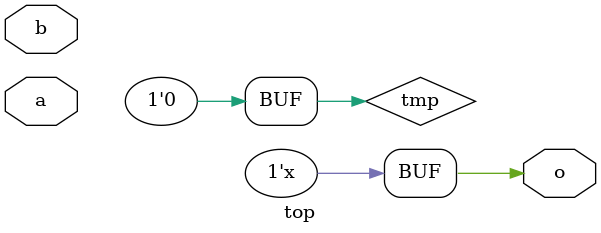
<source format=v>
module top(input a, b, output o);
wire tmp;
assign o = tmp | 1'bx;
assign tmp = a & 1'b0;
endmodule

</source>
